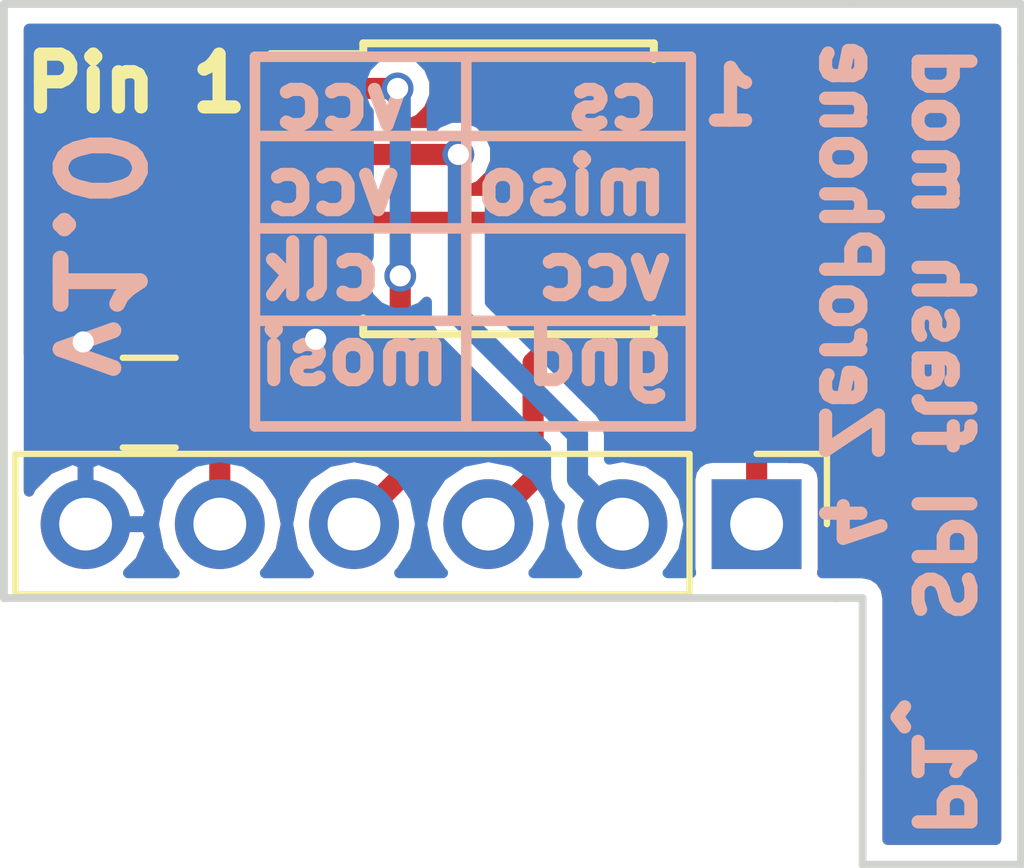
<source format=kicad_pcb>
(kicad_pcb (version 4) (host pcbnew 4.0.6)

  (general
    (links 18)
    (no_connects 16)
    (area 140.674999 100.424999 160.075001 116.875001)
    (thickness 1.6)
    (drawings 28)
    (tracks 40)
    (zones 0)
    (modules 3)
    (nets 7)
  )

  (page A4)
  (layers
    (0 F.Cu signal hide)
    (31 B.Cu signal hide)
    (32 B.Adhes user)
    (33 F.Adhes user)
    (34 B.Paste user)
    (35 F.Paste user)
    (36 B.SilkS user)
    (37 F.SilkS user hide)
    (38 B.Mask user)
    (39 F.Mask user hide)
    (40 Dwgs.User user)
    (41 Cmts.User user)
    (42 Eco1.User user)
    (43 Eco2.User user hide)
    (44 Edge.Cuts user)
    (45 Margin user)
    (46 B.CrtYd user hide)
    (47 F.CrtYd user hide)
    (48 B.Fab user)
    (49 F.Fab user hide)
  )

  (setup
    (last_trace_width 0.4)
    (user_trace_width 0.4)
    (trace_clearance 0.2)
    (zone_clearance 0.3)
    (zone_45_only no)
    (trace_min 0.2)
    (segment_width 0.2)
    (edge_width 0.15)
    (via_size 0.6)
    (via_drill 0.4)
    (via_min_size 0.4)
    (via_min_drill 0.3)
    (uvia_size 0.3)
    (uvia_drill 0.1)
    (uvias_allowed no)
    (uvia_min_size 0.2)
    (uvia_min_drill 0.1)
    (pcb_text_width 0.3)
    (pcb_text_size 1.5 1.5)
    (mod_edge_width 0.15)
    (mod_text_size 1 1)
    (mod_text_width 0.15)
    (pad_size 1.524 1.524)
    (pad_drill 0.762)
    (pad_to_mask_clearance 0.2)
    (aux_axis_origin 160 100.5)
    (visible_elements 7FFFFDFF)
    (pcbplotparams
      (layerselection 0x010f0_80000001)
      (usegerberextensions true)
      (usegerberattributes true)
      (excludeedgelayer true)
      (linewidth 0.200000)
      (plotframeref false)
      (viasonmask false)
      (mode 1)
      (useauxorigin true)
      (hpglpennumber 1)
      (hpglpenspeed 20)
      (hpglpendiameter 15)
      (hpglpenoverlay 2)
      (psnegative false)
      (psa4output false)
      (plotreference false)
      (plotvalue false)
      (plotinvisibletext false)
      (padsonsilk false)
      (subtractmaskfromsilk false)
      (outputformat 1)
      (mirror false)
      (drillshape 0)
      (scaleselection 1)
      (outputdirectory ""))
  )

  (net 0 "")
  (net 1 +3V3)
  (net 2 GND)
  (net 3 CS)
  (net 4 MISO)
  (net 5 CLK)
  (net 6 MOSI)

  (net_class Default "This is the default net class."
    (clearance 0.2)
    (trace_width 0.25)
    (via_dia 0.6)
    (via_drill 0.4)
    (uvia_dia 0.3)
    (uvia_drill 0.1)
    (add_net +3V3)
    (add_net CLK)
    (add_net CS)
    (add_net GND)
    (add_net MISO)
    (add_net MOSI)
  )

  (module Capacitors_SMD:C_0805_HandSoldering (layer F.Cu) (tedit 59A2E3C7) (tstamp 590E837E)
    (at 143.5 108.05 180)
    (descr "Capacitor SMD 0805, hand soldering")
    (tags "capacitor 0805")
    (path /590E7763)
    (attr smd)
    (fp_text reference C1 (at 0 -1.75 180) (layer F.SilkS) hide
      (effects (font (size 1 1) (thickness 0.15)))
    )
    (fp_text value C_Small (at 0 1.75 180) (layer F.Fab) hide
      (effects (font (size 1 1) (thickness 0.15)))
    )
    (fp_text user %R (at 0 -1.75 180) (layer F.Fab) hide
      (effects (font (size 1 1) (thickness 0.15)))
    )
    (fp_line (start -1 0.62) (end -1 -0.62) (layer F.Fab) (width 0.1))
    (fp_line (start 1 0.62) (end -1 0.62) (layer F.Fab) (width 0.1))
    (fp_line (start 1 -0.62) (end 1 0.62) (layer F.Fab) (width 0.1))
    (fp_line (start -1 -0.62) (end 1 -0.62) (layer F.Fab) (width 0.1))
    (fp_line (start 0.5 -0.85) (end -0.5 -0.85) (layer F.SilkS) (width 0.12))
    (fp_line (start -0.5 0.85) (end 0.5 0.85) (layer F.SilkS) (width 0.12))
    (fp_line (start -2.25 -0.88) (end 2.25 -0.88) (layer F.CrtYd) (width 0.05))
    (fp_line (start -2.25 -0.88) (end -2.25 0.87) (layer F.CrtYd) (width 0.05))
    (fp_line (start 2.25 0.87) (end 2.25 -0.88) (layer F.CrtYd) (width 0.05))
    (fp_line (start 2.25 0.87) (end -2.25 0.87) (layer F.CrtYd) (width 0.05))
    (pad 1 smd rect (at -1.25 0 180) (size 1.5 1.25) (layers F.Cu F.Paste F.Mask)
      (net 1 +3V3))
    (pad 2 smd rect (at 1.25 0 180) (size 1.5 1.25) (layers F.Cu F.Paste F.Mask)
      (net 2 GND))
    (model Capacitors_SMD.3dshapes/C_0805.wrl
      (at (xyz 0 0 0))
      (scale (xyz 1 1 1))
      (rotate (xyz 0 0 0))
    )
  )

  (module Pin_Headers:Pin_Header_Straight_1x06_Pitch2.54mm (layer F.Cu) (tedit 59A2EA63) (tstamp 590E8394)
    (at 154.995 110.35 270)
    (descr "Through hole straight pin header, 1x06, 2.54mm pitch, single row")
    (tags "Through hole pin header THT 1x06 2.54mm single row")
    (path /590E7860)
    (fp_text reference P2 (at 0 -2.33 270) (layer F.SilkS) hide
      (effects (font (size 1 1) (thickness 0.15)))
    )
    (fp_text value CONN_01X06 (at 0 15.03 270) (layer F.Fab) hide
      (effects (font (size 1 1) (thickness 0.15)))
    )
    (fp_line (start -1.27 -1.27) (end -1.27 13.97) (layer F.Fab) (width 0.1))
    (fp_line (start -1.27 13.97) (end 1.27 13.97) (layer F.Fab) (width 0.1))
    (fp_line (start 1.27 13.97) (end 1.27 -1.27) (layer F.Fab) (width 0.1))
    (fp_line (start 1.27 -1.27) (end -1.27 -1.27) (layer F.Fab) (width 0.1))
    (fp_line (start -1.33 1.27) (end -1.33 14.03) (layer F.SilkS) (width 0.12))
    (fp_line (start -1.33 14.03) (end 1.33 14.03) (layer F.SilkS) (width 0.12))
    (fp_line (start 1.33 14.03) (end 1.33 1.27) (layer F.SilkS) (width 0.12))
    (fp_line (start 1.33 1.27) (end -1.33 1.27) (layer F.SilkS) (width 0.12))
    (fp_line (start -1.33 0) (end -1.33 -1.33) (layer F.SilkS) (width 0.12))
    (fp_line (start -1.33 -1.33) (end 0 -1.33) (layer F.SilkS) (width 0.12))
    (fp_line (start -1.8 -1.8) (end -1.8 14.5) (layer F.CrtYd) (width 0.05))
    (fp_line (start -1.8 14.5) (end 1.8 14.5) (layer F.CrtYd) (width 0.05))
    (fp_line (start 1.8 14.5) (end 1.8 -1.8) (layer F.CrtYd) (width 0.05))
    (fp_line (start 1.8 -1.8) (end -1.8 -1.8) (layer F.CrtYd) (width 0.05))
    (fp_text user %R (at 0 -2.33 270) (layer F.Fab) hide
      (effects (font (size 1 1) (thickness 0.15)))
    )
    (pad 1 thru_hole rect (at 0 0 270) (size 1.7 1.7) (drill 1) (layers *.Cu *.Mask)
      (net 6 MOSI))
    (pad 2 thru_hole oval (at 0 2.54 270) (size 1.7 1.7) (drill 1) (layers *.Cu *.Mask)
      (net 4 MISO))
    (pad 3 thru_hole oval (at 0 5.08 270) (size 1.7 1.7) (drill 1) (layers *.Cu *.Mask)
      (net 5 CLK))
    (pad 4 thru_hole oval (at 0 7.62 270) (size 1.7 1.7) (drill 1) (layers *.Cu *.Mask)
      (net 3 CS))
    (pad 5 thru_hole oval (at 0 10.16 270) (size 1.7 1.7) (drill 1) (layers *.Cu *.Mask)
      (net 1 +3V3))
    (pad 6 thru_hole oval (at 0 12.7 270) (size 1.7 1.7) (drill 1) (layers *.Cu *.Mask)
      (net 2 GND))
    (model Pin_Headers.3dshapes/Pin_Header_Angled_1x06_Pitch2.54mm.wrl
      (at (xyz 0 -0.25 0))
      (scale (xyz 1 1 1))
      (rotate (xyz 0 0 90))
    )
  )

  (module Housings_SOIC:SOIJ-8_5.3x5.3mm_Pitch1.27mm (layer F.Cu) (tedit 59A2EA67) (tstamp 59A2E36C)
    (at 150.3 104)
    (descr "8-Lead Plastic Small Outline (SM) - Medium, 5.28 mm Body [SOIC] (see Microchip Packaging Specification 00000049BS.pdf)")
    (tags "SOIC 1.27")
    (path /59A2E335)
    (attr smd)
    (fp_text reference U1 (at 0 -3.68) (layer F.SilkS) hide
      (effects (font (size 1 1) (thickness 0.15)))
    )
    (fp_text value 25LC_EEPROM (at 0 3.68) (layer F.Fab)
      (effects (font (size 1 1) (thickness 0.15)))
    )
    (fp_text user %R (at 0 0) (layer F.Fab)
      (effects (font (size 1 1) (thickness 0.15)))
    )
    (fp_line (start -1.65 -2.65) (end 2.65 -2.65) (layer F.Fab) (width 0.15))
    (fp_line (start 2.65 -2.65) (end 2.65 2.65) (layer F.Fab) (width 0.15))
    (fp_line (start 2.65 2.65) (end -2.65 2.65) (layer F.Fab) (width 0.15))
    (fp_line (start -2.65 2.65) (end -2.65 -1.65) (layer F.Fab) (width 0.15))
    (fp_line (start -2.65 -1.65) (end -1.65 -2.65) (layer F.Fab) (width 0.15))
    (fp_line (start -4.75 -2.95) (end -4.75 2.95) (layer F.CrtYd) (width 0.05))
    (fp_line (start 4.75 -2.95) (end 4.75 2.95) (layer F.CrtYd) (width 0.05))
    (fp_line (start -4.75 -2.95) (end 4.75 -2.95) (layer F.CrtYd) (width 0.05))
    (fp_line (start -4.75 2.95) (end 4.75 2.95) (layer F.CrtYd) (width 0.05))
    (fp_line (start -2.75 -2.755) (end -2.75 -2.55) (layer F.SilkS) (width 0.15))
    (fp_line (start 2.75 -2.755) (end 2.75 -2.455) (layer F.SilkS) (width 0.15))
    (fp_line (start 2.75 2.755) (end 2.75 2.455) (layer F.SilkS) (width 0.15))
    (fp_line (start -2.75 2.755) (end -2.75 2.455) (layer F.SilkS) (width 0.15))
    (fp_line (start -2.75 -2.755) (end 2.75 -2.755) (layer F.SilkS) (width 0.15))
    (fp_line (start -2.75 2.755) (end 2.75 2.755) (layer F.SilkS) (width 0.15))
    (fp_line (start -2.75 -2.55) (end -4.5 -2.55) (layer F.SilkS) (width 0.15))
    (pad 1 smd rect (at -3.65 -1.905) (size 1.7 0.65) (layers F.Cu F.Paste F.Mask)
      (net 3 CS))
    (pad 2 smd rect (at -3.65 -0.635) (size 1.7 0.65) (layers F.Cu F.Paste F.Mask)
      (net 4 MISO))
    (pad 3 smd rect (at -3.65 0.635) (size 1.7 0.65) (layers F.Cu F.Paste F.Mask)
      (net 1 +3V3))
    (pad 4 smd rect (at -3.65 1.905) (size 1.7 0.65) (layers F.Cu F.Paste F.Mask)
      (net 2 GND))
    (pad 5 smd rect (at 3.65 1.905) (size 1.7 0.65) (layers F.Cu F.Paste F.Mask)
      (net 6 MOSI))
    (pad 6 smd rect (at 3.65 0.635) (size 1.7 0.65) (layers F.Cu F.Paste F.Mask)
      (net 5 CLK))
    (pad 7 smd rect (at 3.65 -0.635) (size 1.7 0.65) (layers F.Cu F.Paste F.Mask)
      (net 1 +3V3))
    (pad 8 smd rect (at 3.65 -1.905) (size 1.7 0.65) (layers F.Cu F.Paste F.Mask)
      (net 1 +3V3))
    (model ${KISYS3DMOD}/Housings_SOIC.3dshapes/SOIJ-8_5.3x5.3mm_Pitch1.27mm.wrl
      (at (xyz 0 0 0))
      (scale (xyz 1 1 1))
      (rotate (xyz 0 0 0))
    )
  )

  (gr_text 1 (at 154.5 102.25) (layer B.SilkS)
    (effects (font (size 1 1) (thickness 0.25)) (justify mirror))
  )
  (gr_text "Pin 1" (at 143.25 102) (layer F.SilkS)
    (effects (font (size 1 1) (thickness 0.25)))
  )
  (gr_text v1.0 (at 142.5 105.25 270) (layer B.SilkS)
    (effects (font (size 1.5 1.5) (thickness 0.3)) (justify mirror))
  )
  (gr_text ^ (at 158.25 114 90) (layer B.SilkS)
    (effects (font (size 1 1) (thickness 0.25)) (justify mirror))
  )
  (gr_text P1 (at 158.5 115.25 270) (layer B.SilkS)
    (effects (font (size 1 1) (thickness 0.25)) (justify mirror))
  )
  (gr_text "4 ZeroPhone" (at 156.75 106 270) (layer B.SilkS)
    (effects (font (size 1 1) (thickness 0.25)) (justify mirror))
  )
  (gr_text "SPI flash mod" (at 158.5 106.75 270) (layer B.SilkS)
    (effects (font (size 1 1) (thickness 0.25)) (justify mirror))
  )
  (gr_line (start 149.5 101.5) (end 149.5 108.5) (layer B.SilkS) (width 0.2))
  (gr_line (start 145.5 106.5) (end 153.75 106.5) (layer B.SilkS) (width 0.2))
  (gr_line (start 153.75 104.75) (end 145.5 104.75) (layer B.SilkS) (width 0.2))
  (gr_line (start 145.5 103) (end 153.75 103) (layer B.SilkS) (width 0.2))
  (gr_line (start 145.5 108.5) (end 145.5 101.5) (layer B.SilkS) (width 0.2))
  (gr_line (start 153.75 108.5) (end 145.5 108.5) (layer B.SilkS) (width 0.2))
  (gr_line (start 153.75 101.5) (end 153.75 108.5) (layer B.SilkS) (width 0.2))
  (gr_line (start 145.5 101.5) (end 153.75 101.5) (layer B.SilkS) (width 0.2))
  (gr_text "cs    vcc\nmiso  vcc\nvcc    clk\ngnd  mosi" (at 149.5 104.75) (layer B.SilkS)
    (effects (font (size 1 1) (thickness 0.25)) (justify mirror))
  )
  (gr_line (start 140.75 100.5) (end 140.75 101.5) (layer Edge.Cuts) (width 0.15))
  (gr_line (start 160 100.5) (end 160 101.5) (layer Edge.Cuts) (width 0.15))
  (gr_line (start 157 115) (end 157 116.8) (layer Edge.Cuts) (width 0.15))
  (gr_line (start 160 115) (end 160 116.8) (layer Edge.Cuts) (width 0.15))
  (gr_line (start 160 100.5) (end 156.75 100.5) (layer Edge.Cuts) (width 0.15))
  (gr_line (start 160 115) (end 160 101.5) (layer Edge.Cuts) (width 0.15))
  (gr_line (start 157 116.8) (end 160 116.8) (layer Edge.Cuts) (width 0.15))
  (gr_line (start 157 111.75) (end 157 115) (layer Edge.Cuts) (width 0.15))
  (gr_line (start 156.5 111.75) (end 157 111.75) (layer Edge.Cuts) (width 0.15))
  (gr_line (start 140.75 111.75) (end 156.5 111.75) (layer Edge.Cuts) (width 0.15))
  (gr_line (start 140.75 100.5) (end 156.75 100.5) (layer Edge.Cuts) (width 0.15))
  (gr_line (start 140.75 111.75) (end 140.75 101.5) (layer Edge.Cuts) (width 0.15))

  (segment (start 144.75 108.2) (end 144.75 105.285) (width 0.4) (layer F.Cu) (net 1))
  (segment (start 144.75 105.285) (end 145.4 104.635) (width 0.4) (layer F.Cu) (net 1))
  (segment (start 145.4 104.635) (end 146.65 104.635) (width 0.4) (layer F.Cu) (net 1))
  (segment (start 152.4 102.395) (end 152.4 103.3) (width 0.4) (layer F.Cu) (net 1))
  (segment (start 152.4 103.3) (end 152.335 103.365) (width 0.4) (layer F.Cu) (net 1))
  (segment (start 153.95 102.095) (end 152.7 102.095) (width 0.4) (layer F.Cu) (net 1))
  (segment (start 152.7 102.095) (end 152.4 102.395) (width 0.4) (layer F.Cu) (net 1))
  (segment (start 153.425 102.095) (end 153.95 102.095) (width 0.4) (layer F.Cu) (net 1))
  (segment (start 151.065 104.635) (end 152.335 103.365) (width 0.4) (layer F.Cu) (net 1))
  (segment (start 152.335 103.365) (end 153.95 103.365) (width 0.4) (layer F.Cu) (net 1))
  (segment (start 146.65 104.635) (end 151.065 104.635) (width 0.4) (layer F.Cu) (net 1))
  (segment (start 144.835 110.35) (end 144.835 108.285) (width 0.4) (layer F.Cu) (net 1))
  (segment (start 144.835 108.285) (end 144.75 108.2) (width 0.4) (layer F.Cu) (net 1))
  (segment (start 142.25 108.2) (end 142.25 106.9) (width 0.4) (layer F.Cu) (net 2))
  (via (at 142.25 106.9) (size 0.6) (drill 0.4) (layers F.Cu B.Cu) (net 2))
  (segment (start 146.65 105.905) (end 146.65 106.85) (width 0.4) (layer F.Cu) (net 2))
  (via (at 146.65 106.85) (size 0.6) (drill 0.4) (layers F.Cu B.Cu) (net 2))
  (segment (start 148.2 102.1) (end 146.655 102.1) (width 0.4) (layer F.Cu) (net 3))
  (segment (start 146.655 102.1) (end 146.65 102.095) (width 0.4) (layer F.Cu) (net 3))
  (segment (start 148.25 105.65) (end 148.25 102.15) (width 0.4) (layer B.Cu) (net 3))
  (segment (start 148.25 102.15) (end 148.2 102.1) (width 0.4) (layer B.Cu) (net 3))
  (via (at 148.2 102.1) (size 0.6) (drill 0.4) (layers F.Cu B.Cu) (net 3))
  (segment (start 147.375 110.35) (end 148.25 109.475) (width 0.4) (layer F.Cu) (net 3))
  (segment (start 148.25 109.475) (end 148.25 105.65) (width 0.4) (layer F.Cu) (net 3))
  (via (at 148.25 105.65) (size 0.6) (drill 0.4) (layers F.Cu B.Cu) (net 3))
  (segment (start 149.35 103.35) (end 146.665 103.35) (width 0.4) (layer F.Cu) (net 4))
  (segment (start 146.665 103.35) (end 146.65 103.365) (width 0.4) (layer F.Cu) (net 4))
  (segment (start 149.35 106.4) (end 149.35 103.35) (width 0.4) (layer B.Cu) (net 4))
  (via (at 149.35 103.35) (size 0.6) (drill 0.4) (layers F.Cu B.Cu) (net 4))
  (segment (start 151.605001 108.655001) (end 149.35 106.4) (width 0.4) (layer B.Cu) (net 4))
  (segment (start 152.455 110.35) (end 151.605001 109.500001) (width 0.4) (layer B.Cu) (net 4))
  (segment (start 151.605001 109.500001) (end 151.605001 108.655001) (width 0.4) (layer B.Cu) (net 4))
  (segment (start 149.915 110.35) (end 150.764999 109.500001) (width 0.4) (layer F.Cu) (net 5))
  (segment (start 150.764999 109.500001) (end 150.764999 107.295001) (width 0.4) (layer F.Cu) (net 5))
  (segment (start 150.764999 107.295001) (end 153.425 104.635) (width 0.4) (layer F.Cu) (net 5))
  (segment (start 153.425 104.635) (end 153.95 104.635) (width 0.4) (layer F.Cu) (net 5))
  (segment (start 154.995 110.35) (end 154.995 107.045) (width 0.4) (layer F.Cu) (net 6))
  (segment (start 154.995 107.045) (end 153.95 106) (width 0.4) (layer F.Cu) (net 6))
  (segment (start 153.95 106) (end 153.95 105.905) (width 0.4) (layer F.Cu) (net 6))
  (segment (start 154.95 110.305) (end 154.995 110.35) (width 0.4) (layer F.Cu) (net 6))

  (zone (net 2) (net_name GND) (layer F.Cu) (tstamp 0) (hatch edge 0.508)
    (connect_pads (clearance 0.3))
    (min_thickness 0.2)
    (fill yes (arc_segments 16) (thermal_gap 0.3) (thermal_bridge_width 0.3))
    (polygon
      (pts
        (xy 140.75 100.548686) (xy 160 100.5) (xy 160 118.2) (xy 140.8 118.2)
      )
    )
    (filled_polygon
      (pts
        (xy 159.525 116.325) (xy 157.475 116.325) (xy 157.475 111.75) (xy 157.438843 111.568225) (xy 157.335876 111.414124)
        (xy 157.181775 111.311157) (xy 157 111.275) (xy 156.237648 111.275) (xy 156.252836 111.2) (xy 156.252836 109.5)
        (xy 156.224944 109.351769) (xy 156.13734 109.215628) (xy 156.003671 109.124296) (xy 155.845 109.092164) (xy 155.595 109.092164)
        (xy 155.595 107.045) (xy 155.549328 106.81539) (xy 155.419264 106.620736) (xy 155.17764 106.379112) (xy 155.207836 106.23)
        (xy 155.207836 105.58) (xy 155.179944 105.431769) (xy 155.09234 105.295628) (xy 155.055848 105.270694) (xy 155.084372 105.25234)
        (xy 155.175704 105.118671) (xy 155.207836 104.96) (xy 155.207836 104.31) (xy 155.179944 104.161769) (xy 155.09234 104.025628)
        (xy 155.055848 104.000694) (xy 155.084372 103.98234) (xy 155.175704 103.848671) (xy 155.207836 103.69) (xy 155.207836 103.04)
        (xy 155.179944 102.891769) (xy 155.09234 102.755628) (xy 155.055848 102.730694) (xy 155.084372 102.71234) (xy 155.175704 102.578671)
        (xy 155.207836 102.42) (xy 155.207836 101.77) (xy 155.179944 101.621769) (xy 155.09234 101.485628) (xy 154.958671 101.394296)
        (xy 154.8 101.362164) (xy 153.1 101.362164) (xy 152.951769 101.390056) (xy 152.815628 101.47766) (xy 152.80378 101.495)
        (xy 152.7 101.495) (xy 152.47039 101.540672) (xy 152.275736 101.670736) (xy 151.975736 101.970736) (xy 151.845672 102.16539)
        (xy 151.8 102.395) (xy 151.8 103.051472) (xy 150.816472 104.035) (xy 149.525224 104.035) (xy 149.746 103.943777)
        (xy 149.943085 103.747036) (xy 150.049878 103.48985) (xy 150.050121 103.211372) (xy 149.943777 102.954) (xy 149.747036 102.756915)
        (xy 149.48985 102.650122) (xy 149.211372 102.649879) (xy 148.969061 102.75) (xy 148.45993 102.75) (xy 148.596 102.693777)
        (xy 148.793085 102.497036) (xy 148.899878 102.23985) (xy 148.900121 101.961372) (xy 148.793777 101.704) (xy 148.597036 101.506915)
        (xy 148.33985 101.400122) (xy 148.061372 101.399879) (xy 147.819061 101.5) (xy 147.801588 101.5) (xy 147.79234 101.485628)
        (xy 147.658671 101.394296) (xy 147.5 101.362164) (xy 145.8 101.362164) (xy 145.651769 101.390056) (xy 145.515628 101.47766)
        (xy 145.424296 101.611329) (xy 145.392164 101.77) (xy 145.392164 102.42) (xy 145.420056 102.568231) (xy 145.50766 102.704372)
        (xy 145.544152 102.729306) (xy 145.515628 102.74766) (xy 145.424296 102.881329) (xy 145.392164 103.04) (xy 145.392164 103.69)
        (xy 145.420056 103.838231) (xy 145.50766 103.974372) (xy 145.544152 103.999306) (xy 145.515628 104.01766) (xy 145.50378 104.035)
        (xy 145.4 104.035) (xy 145.17039 104.080672) (xy 144.975736 104.210736) (xy 144.325736 104.860736) (xy 144.195672 105.05539)
        (xy 144.15 105.285) (xy 144.15 107.017164) (xy 144 107.017164) (xy 143.851769 107.045056) (xy 143.715628 107.13266)
        (xy 143.624296 107.266329) (xy 143.592164 107.425) (xy 143.592164 108.675) (xy 143.620056 108.823231) (xy 143.70766 108.959372)
        (xy 143.841329 109.050704) (xy 144 109.082836) (xy 144.235 109.082836) (xy 144.235 109.251943) (xy 143.951117 109.441628)
        (xy 143.680151 109.847157) (xy 143.585 110.325511) (xy 143.585 110.374489) (xy 143.680151 110.852843) (xy 143.951117 111.258372)
        (xy 143.976003 111.275) (xy 143.10372 111.275) (xy 143.333826 111.045235) (xy 143.520805 110.594772) (xy 143.444004 110.4)
        (xy 142.345 110.4) (xy 142.345 110.42) (xy 142.245 110.42) (xy 142.245 110.4) (xy 142.225 110.4)
        (xy 142.225 110.3) (xy 142.245 110.3) (xy 142.245 109.201087) (xy 142.345 109.201087) (xy 142.345 110.3)
        (xy 143.444004 110.3) (xy 143.520805 110.105228) (xy 143.333826 109.654765) (xy 142.988695 109.310145) (xy 142.539771 109.124199)
        (xy 142.345 109.201087) (xy 142.245 109.201087) (xy 142.050229 109.124199) (xy 141.601305 109.310145) (xy 141.256174 109.654765)
        (xy 141.225 109.729868) (xy 141.225 108.965686) (xy 141.273418 109.014104) (xy 141.420435 109.075) (xy 142.1 109.075)
        (xy 142.2 108.975) (xy 142.2 108.1) (xy 142.3 108.1) (xy 142.3 108.975) (xy 142.4 109.075)
        (xy 143.079565 109.075) (xy 143.226582 109.014104) (xy 143.339104 108.901582) (xy 143.4 108.754565) (xy 143.4 108.2)
        (xy 143.3 108.1) (xy 142.3 108.1) (xy 142.2 108.1) (xy 142.18 108.1) (xy 142.18 108)
        (xy 142.2 108) (xy 142.2 107.125) (xy 142.3 107.125) (xy 142.3 108) (xy 143.3 108)
        (xy 143.4 107.9) (xy 143.4 107.345435) (xy 143.339104 107.198418) (xy 143.226582 107.085896) (xy 143.079565 107.025)
        (xy 142.4 107.025) (xy 142.3 107.125) (xy 142.2 107.125) (xy 142.1 107.025) (xy 141.420435 107.025)
        (xy 141.273418 107.085896) (xy 141.225 107.134314) (xy 141.225 100.975) (xy 159.525 100.975)
      )
    )
    (filled_polygon
      (pts
        (xy 145.4 105.500435) (xy 145.4 105.755) (xy 145.5 105.855) (xy 146.6 105.855) (xy 146.6 105.835)
        (xy 146.7 105.835) (xy 146.7 105.855) (xy 146.72 105.855) (xy 146.72 105.955) (xy 146.7 105.955)
        (xy 146.7 106.53) (xy 146.8 106.63) (xy 147.579565 106.63) (xy 147.65 106.600825) (xy 147.65 109.130212)
        (xy 147.375 109.075511) (xy 146.896646 109.170662) (xy 146.491117 109.441628) (xy 146.220151 109.847157) (xy 146.125 110.325511)
        (xy 146.125 110.374489) (xy 146.220151 110.852843) (xy 146.491117 111.258372) (xy 146.516003 111.275) (xy 145.693997 111.275)
        (xy 145.718883 111.258372) (xy 145.989849 110.852843) (xy 146.085 110.374489) (xy 146.085 110.325511) (xy 145.989849 109.847157)
        (xy 145.718883 109.441628) (xy 145.435 109.251943) (xy 145.435 109.082836) (xy 145.5 109.082836) (xy 145.648231 109.054944)
        (xy 145.784372 108.96734) (xy 145.875704 108.833671) (xy 145.907836 108.675) (xy 145.907836 107.425) (xy 145.879944 107.276769)
        (xy 145.79234 107.140628) (xy 145.658671 107.049296) (xy 145.5 107.017164) (xy 145.35 107.017164) (xy 145.35 106.055)
        (xy 145.4 106.055) (xy 145.4 106.309565) (xy 145.460896 106.456582) (xy 145.573418 106.569104) (xy 145.720435 106.63)
        (xy 146.5 106.63) (xy 146.6 106.53) (xy 146.6 105.955) (xy 145.5 105.955) (xy 145.4 106.055)
        (xy 145.35 106.055) (xy 145.35 105.533528) (xy 145.411955 105.471573)
      )
    )
  )
  (zone (net 2) (net_name GND) (layer B.Cu) (tstamp 0) (hatch edge 0.508)
    (connect_pads (clearance 0.3))
    (min_thickness 0.2)
    (fill yes (arc_segments 16) (thermal_gap 0.3) (thermal_bridge_width 0.3))
    (polygon
      (pts
        (xy 140.75 100.498751) (xy 160 100.5) (xy 160 118.2) (xy 140.8 118.2)
      )
    )
    (filled_polygon
      (pts
        (xy 159.525 116.325) (xy 157.475 116.325) (xy 157.475 111.75) (xy 157.438843 111.568225) (xy 157.335876 111.414124)
        (xy 157.181775 111.311157) (xy 157 111.275) (xy 156.237648 111.275) (xy 156.252836 111.2) (xy 156.252836 109.5)
        (xy 156.224944 109.351769) (xy 156.13734 109.215628) (xy 156.003671 109.124296) (xy 155.845 109.092164) (xy 154.145 109.092164)
        (xy 153.996769 109.120056) (xy 153.860628 109.20766) (xy 153.769296 109.341329) (xy 153.737164 109.5) (xy 153.737164 111.2)
        (xy 153.751276 111.275) (xy 153.313997 111.275) (xy 153.338883 111.258372) (xy 153.609849 110.852843) (xy 153.705 110.374489)
        (xy 153.705 110.325511) (xy 153.609849 109.847157) (xy 153.338883 109.441628) (xy 152.933354 109.170662) (xy 152.455 109.075511)
        (xy 152.205001 109.125239) (xy 152.205001 108.655001) (xy 152.159329 108.425391) (xy 152.029265 108.230737) (xy 149.95 106.151472)
        (xy 149.95 103.730383) (xy 150.049878 103.48985) (xy 150.050121 103.211372) (xy 149.943777 102.954) (xy 149.747036 102.756915)
        (xy 149.48985 102.650122) (xy 149.211372 102.649879) (xy 148.954 102.756223) (xy 148.85 102.860041) (xy 148.85 102.35997)
        (xy 148.899878 102.23985) (xy 148.900121 101.961372) (xy 148.793777 101.704) (xy 148.597036 101.506915) (xy 148.33985 101.400122)
        (xy 148.061372 101.399879) (xy 147.804 101.506223) (xy 147.606915 101.702964) (xy 147.500122 101.96015) (xy 147.499879 102.238628)
        (xy 147.606223 102.496) (xy 147.65 102.539854) (xy 147.65 105.269617) (xy 147.550122 105.51015) (xy 147.549879 105.788628)
        (xy 147.656223 106.046) (xy 147.852964 106.243085) (xy 148.11015 106.349878) (xy 148.388628 106.350121) (xy 148.646 106.243777)
        (xy 148.75 106.139959) (xy 148.75 106.4) (xy 148.795672 106.62961) (xy 148.925736 106.824264) (xy 151.005001 108.903529)
        (xy 151.005001 109.500001) (xy 151.050673 109.729611) (xy 151.180737 109.924265) (xy 151.267546 110.011074) (xy 151.205 110.325511)
        (xy 151.205 110.374489) (xy 151.300151 110.852843) (xy 151.571117 111.258372) (xy 151.596003 111.275) (xy 150.773997 111.275)
        (xy 150.798883 111.258372) (xy 151.069849 110.852843) (xy 151.165 110.374489) (xy 151.165 110.325511) (xy 151.069849 109.847157)
        (xy 150.798883 109.441628) (xy 150.393354 109.170662) (xy 149.915 109.075511) (xy 149.436646 109.170662) (xy 149.031117 109.441628)
        (xy 148.760151 109.847157) (xy 148.665 110.325511) (xy 148.665 110.374489) (xy 148.760151 110.852843) (xy 149.031117 111.258372)
        (xy 149.056003 111.275) (xy 148.233997 111.275) (xy 148.258883 111.258372) (xy 148.529849 110.852843) (xy 148.625 110.374489)
        (xy 148.625 110.325511) (xy 148.529849 109.847157) (xy 148.258883 109.441628) (xy 147.853354 109.170662) (xy 147.375 109.075511)
        (xy 146.896646 109.170662) (xy 146.491117 109.441628) (xy 146.220151 109.847157) (xy 146.125 110.325511) (xy 146.125 110.374489)
        (xy 146.220151 110.852843) (xy 146.491117 111.258372) (xy 146.516003 111.275) (xy 145.693997 111.275) (xy 145.718883 111.258372)
        (xy 145.989849 110.852843) (xy 146.085 110.374489) (xy 146.085 110.325511) (xy 145.989849 109.847157) (xy 145.718883 109.441628)
        (xy 145.313354 109.170662) (xy 144.835 109.075511) (xy 144.356646 109.170662) (xy 143.951117 109.441628) (xy 143.680151 109.847157)
        (xy 143.585 110.325511) (xy 143.585 110.374489) (xy 143.680151 110.852843) (xy 143.951117 111.258372) (xy 143.976003 111.275)
        (xy 143.10372 111.275) (xy 143.333826 111.045235) (xy 143.520805 110.594772) (xy 143.444004 110.4) (xy 142.345 110.4)
        (xy 142.345 110.42) (xy 142.245 110.42) (xy 142.245 110.4) (xy 142.225 110.4) (xy 142.225 110.3)
        (xy 142.245 110.3) (xy 142.245 109.201087) (xy 142.345 109.201087) (xy 142.345 110.3) (xy 143.444004 110.3)
        (xy 143.520805 110.105228) (xy 143.333826 109.654765) (xy 142.988695 109.310145) (xy 142.539771 109.124199) (xy 142.345 109.201087)
        (xy 142.245 109.201087) (xy 142.050229 109.124199) (xy 141.601305 109.310145) (xy 141.256174 109.654765) (xy 141.225 109.729868)
        (xy 141.225 100.975) (xy 159.525 100.975)
      )
    )
  )
)

</source>
